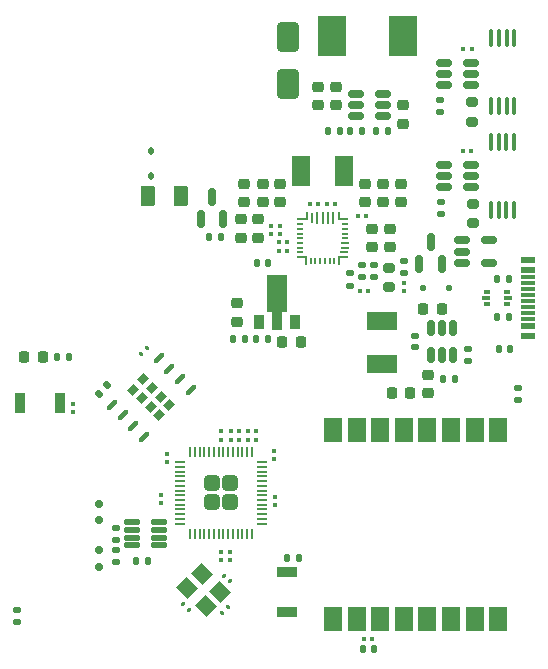
<source format=gbr>
%TF.GenerationSoftware,KiCad,Pcbnew,(7.0.0)*%
%TF.CreationDate,2023-07-06T14:26:49+03:00*%
%TF.ProjectId,IoT_Agrifarm,496f545f-4167-4726-9966-61726d2e6b69,rev?*%
%TF.SameCoordinates,Original*%
%TF.FileFunction,Paste,Top*%
%TF.FilePolarity,Positive*%
%FSLAX46Y46*%
G04 Gerber Fmt 4.6, Leading zero omitted, Abs format (unit mm)*
G04 Created by KiCad (PCBNEW (7.0.0)) date 2023-07-06 14:26:49*
%MOMM*%
%LPD*%
G01*
G04 APERTURE LIST*
G04 Aperture macros list*
%AMRoundRect*
0 Rectangle with rounded corners*
0 $1 Rounding radius*
0 $2 $3 $4 $5 $6 $7 $8 $9 X,Y pos of 4 corners*
0 Add a 4 corners polygon primitive as box body*
4,1,4,$2,$3,$4,$5,$6,$7,$8,$9,$2,$3,0*
0 Add four circle primitives for the rounded corners*
1,1,$1+$1,$2,$3*
1,1,$1+$1,$4,$5*
1,1,$1+$1,$6,$7*
1,1,$1+$1,$8,$9*
0 Add four rect primitives between the rounded corners*
20,1,$1+$1,$2,$3,$4,$5,0*
20,1,$1+$1,$4,$5,$6,$7,0*
20,1,$1+$1,$6,$7,$8,$9,0*
20,1,$1+$1,$8,$9,$2,$3,0*%
%AMHorizOval*
0 Thick line with rounded ends*
0 $1 width*
0 $2 $3 position (X,Y) of the first rounded end (center of the circle)*
0 $4 $5 position (X,Y) of the second rounded end (center of the circle)*
0 Add line between two ends*
20,1,$1,$2,$3,$4,$5,0*
0 Add two circle primitives to create the rounded ends*
1,1,$1,$2,$3*
1,1,$1,$4,$5*%
%AMRotRect*
0 Rectangle, with rotation*
0 The origin of the aperture is its center*
0 $1 length*
0 $2 width*
0 $3 Rotation angle, in degrees counterclockwise*
0 Add horizontal line*
21,1,$1,$2,0,0,$3*%
%AMFreePoly0*
4,1,9,3.862500,-0.866500,0.737500,-0.866500,0.737500,-0.450000,-0.737500,-0.450000,-0.737500,0.450000,0.737500,0.450000,0.737500,0.866500,3.862500,0.866500,3.862500,-0.866500,3.862500,-0.866500,$1*%
G04 Aperture macros list end*
%ADD10RoundRect,0.225000X-0.250000X0.225000X-0.250000X-0.225000X0.250000X-0.225000X0.250000X0.225000X0*%
%ADD11RoundRect,0.250000X0.650000X-1.000000X0.650000X1.000000X-0.650000X1.000000X-0.650000X-1.000000X0*%
%ADD12R,2.350000X3.500000*%
%ADD13RoundRect,0.135000X0.135000X0.185000X-0.135000X0.185000X-0.135000X-0.185000X0.135000X-0.185000X0*%
%ADD14RoundRect,0.135000X-0.135000X-0.185000X0.135000X-0.185000X0.135000X0.185000X-0.135000X0.185000X0*%
%ADD15RoundRect,0.150000X-0.512500X-0.150000X0.512500X-0.150000X0.512500X0.150000X-0.512500X0.150000X0*%
%ADD16RoundRect,0.147500X-0.147500X-0.172500X0.147500X-0.172500X0.147500X0.172500X-0.147500X0.172500X0*%
%ADD17RoundRect,0.225000X0.250000X-0.225000X0.250000X0.225000X-0.250000X0.225000X-0.250000X-0.225000X0*%
%ADD18RoundRect,0.079500X0.079500X0.100500X-0.079500X0.100500X-0.079500X-0.100500X0.079500X-0.100500X0*%
%ADD19RoundRect,0.048038X0.406384X-0.048037X0.406384X0.048037X-0.406384X0.048037X-0.406384X-0.048037X0*%
%ADD20RoundRect,0.050000X-0.050000X-0.250000X0.050000X-0.250000X0.050000X0.250000X-0.050000X0.250000X0*%
%ADD21R,0.599999X0.200000*%
%ADD22R,0.200000X0.599999*%
%ADD23RoundRect,0.050000X0.050000X0.250000X-0.050000X0.250000X-0.050000X-0.250000X0.050000X-0.250000X0*%
%ADD24RoundRect,0.048038X-0.406384X0.048037X-0.406384X-0.048037X0.406384X-0.048037X0.406384X0.048037X0*%
%ADD25R,0.700001X0.200000*%
%ADD26R,0.650001X0.200000*%
%ADD27R,0.680001X0.200000*%
%ADD28R,0.200000X1.000000*%
%ADD29R,0.200000X0.950001*%
%ADD30R,2.500000X1.500000*%
%ADD31RoundRect,0.150000X0.200000X-0.150000X0.200000X0.150000X-0.200000X0.150000X-0.200000X-0.150000X0*%
%ADD32RoundRect,0.079500X-0.127279X-0.014849X-0.014849X-0.127279X0.127279X0.014849X0.014849X0.127279X0*%
%ADD33RoundRect,0.079500X0.100500X-0.079500X0.100500X0.079500X-0.100500X0.079500X-0.100500X-0.079500X0*%
%ADD34RoundRect,0.135000X-0.185000X0.135000X-0.185000X-0.135000X0.185000X-0.135000X0.185000X0.135000X0*%
%ADD35RoundRect,0.079500X-0.079500X-0.100500X0.079500X-0.100500X0.079500X0.100500X-0.079500X0.100500X0*%
%ADD36R,1.700000X0.900000*%
%ADD37RoundRect,0.150000X0.150000X-0.512500X0.150000X0.512500X-0.150000X0.512500X-0.150000X-0.512500X0*%
%ADD38RoundRect,0.079500X-0.014849X0.127279X-0.127279X0.014849X0.014849X-0.127279X0.127279X-0.014849X0*%
%ADD39RoundRect,0.250000X-0.375000X-0.625000X0.375000X-0.625000X0.375000X0.625000X-0.375000X0.625000X0*%
%ADD40RoundRect,0.079500X-0.100500X0.079500X-0.100500X-0.079500X0.100500X-0.079500X0.100500X0.079500X0*%
%ADD41RoundRect,0.225000X0.225000X0.250000X-0.225000X0.250000X-0.225000X-0.250000X0.225000X-0.250000X0*%
%ADD42RoundRect,0.218750X-0.218750X-0.256250X0.218750X-0.256250X0.218750X0.256250X-0.218750X0.256250X0*%
%ADD43R,0.500000X0.375000*%
%ADD44R,0.650000X0.300000*%
%ADD45RoundRect,0.150000X0.150000X-0.587500X0.150000X0.587500X-0.150000X0.587500X-0.150000X-0.587500X0*%
%ADD46RoundRect,0.135000X0.035355X-0.226274X0.226274X-0.035355X-0.035355X0.226274X-0.226274X0.035355X0*%
%ADD47R,0.900000X1.300000*%
%ADD48FreePoly0,90.000000*%
%ADD49RoundRect,0.125000X0.125000X0.125000X-0.125000X0.125000X-0.125000X-0.125000X0.125000X-0.125000X0*%
%ADD50RoundRect,0.147500X0.147500X0.172500X-0.147500X0.172500X-0.147500X-0.172500X0.147500X-0.172500X0*%
%ADD51RoundRect,0.140000X0.140000X0.170000X-0.140000X0.170000X-0.140000X-0.170000X0.140000X-0.170000X0*%
%ADD52RoundRect,0.225000X-0.225000X-0.250000X0.225000X-0.250000X0.225000X0.250000X-0.225000X0.250000X0*%
%ADD53RoundRect,0.200000X0.275000X-0.200000X0.275000X0.200000X-0.275000X0.200000X-0.275000X-0.200000X0*%
%ADD54HorizOval,0.450000X0.229810X0.229810X-0.229810X-0.229810X0*%
%ADD55RotRect,0.720000X0.615000X45.000000*%
%ADD56RoundRect,0.135000X0.185000X-0.135000X0.185000X0.135000X-0.185000X0.135000X-0.185000X-0.135000X0*%
%ADD57RoundRect,0.200000X-0.275000X0.200000X-0.275000X-0.200000X0.275000X-0.200000X0.275000X0.200000X0*%
%ADD58RoundRect,0.112500X-0.112500X0.187500X-0.112500X-0.187500X0.112500X-0.187500X0.112500X0.187500X0*%
%ADD59RoundRect,0.249999X-0.395001X-0.395001X0.395001X-0.395001X0.395001X0.395001X-0.395001X0.395001X0*%
%ADD60RoundRect,0.050000X-0.387500X-0.050000X0.387500X-0.050000X0.387500X0.050000X-0.387500X0.050000X0*%
%ADD61RoundRect,0.050000X-0.050000X-0.387500X0.050000X-0.387500X0.050000X0.387500X-0.050000X0.387500X0*%
%ADD62RoundRect,0.100000X-0.100000X0.637500X-0.100000X-0.637500X0.100000X-0.637500X0.100000X0.637500X0*%
%ADD63RoundRect,0.140000X0.170000X-0.140000X0.170000X0.140000X-0.170000X0.140000X-0.170000X-0.140000X0*%
%ADD64RoundRect,0.150000X-0.200000X0.150000X-0.200000X-0.150000X0.200000X-0.150000X0.200000X0.150000X0*%
%ADD65RoundRect,0.079500X0.127279X0.014849X0.014849X0.127279X-0.127279X-0.014849X-0.014849X-0.127279X0*%
%ADD66R,1.500000X2.500000*%
%ADD67R,1.150000X0.600000*%
%ADD68R,1.150000X0.300000*%
%ADD69R,0.900000X1.700000*%
%ADD70R,1.500000X2.000000*%
%ADD71RotRect,1.400000X1.200000X315.000000*%
%ADD72RoundRect,0.125000X0.537500X0.125000X-0.537500X0.125000X-0.537500X-0.125000X0.537500X-0.125000X0*%
G04 APERTURE END LIST*
D10*
%TO.C,C602*%
X145908600Y-57784400D03*
X145908600Y-59334400D03*
%TD*%
D11*
%TO.C,D601*%
X141844600Y-53543200D03*
X141844600Y-57543200D03*
%TD*%
D12*
%TO.C,L601*%
X145525199Y-53492399D03*
X151575199Y-53492399D03*
%TD*%
D10*
%TO.C,C601*%
X151598200Y-60909200D03*
X151598200Y-59359200D03*
%TD*%
D13*
%TO.C,R601*%
X147075000Y-61518800D03*
X148095000Y-61518800D03*
%TD*%
D14*
%TO.C,R604*%
X150330200Y-61518800D03*
X149310200Y-61518800D03*
%TD*%
D10*
%TO.C,C603*%
X144384600Y-59347400D03*
X144384600Y-57797400D03*
%TD*%
D13*
%TO.C,R602*%
X145195400Y-61518800D03*
X146215400Y-61518800D03*
%TD*%
D15*
%TO.C,U601*%
X149860000Y-58369200D03*
X149860000Y-59319200D03*
X149860000Y-60269200D03*
X147585000Y-60269200D03*
X147585000Y-59319200D03*
X147585000Y-58369200D03*
%TD*%
D16*
%TO.C,D201*%
X139164200Y-72720200D03*
X140134200Y-72720200D03*
%TD*%
D13*
%TO.C,R102*%
X136146000Y-70485000D03*
X135126000Y-70485000D03*
%TD*%
D17*
%TO.C,C211*%
X139683001Y-67564000D03*
X139683001Y-66014000D03*
%TD*%
D18*
%TO.C,C207*%
X141776001Y-70954600D03*
X141086001Y-70954600D03*
%TD*%
D19*
%TO.C,U203*%
X143057655Y-69004325D03*
D20*
X143412201Y-68694000D03*
D21*
X142858401Y-69398999D03*
X142858401Y-69798998D03*
X142858401Y-70199000D03*
X142858401Y-70598999D03*
X142858401Y-70998998D03*
X142858401Y-71399000D03*
X142858401Y-71798999D03*
D19*
X143005801Y-72199200D03*
D20*
X143361401Y-72504000D03*
D22*
X143758399Y-72498998D03*
X144158401Y-72498998D03*
X144558400Y-72498998D03*
X144958400Y-72498998D03*
X145358399Y-72498998D03*
X145758401Y-72498998D03*
D23*
X146157951Y-72504800D03*
D24*
X146512497Y-72194475D03*
D25*
X146608399Y-71798999D03*
D26*
X146633400Y-71398997D03*
D27*
X146618399Y-70998998D03*
D21*
X146658399Y-70598999D03*
X146658399Y-70199000D03*
X146658399Y-69798998D03*
X146658399Y-69398999D03*
D23*
X146130001Y-68694000D03*
D24*
X146485601Y-68998800D03*
D28*
X145658401Y-68899000D03*
X145208399Y-68899000D03*
X144758400Y-68899000D03*
X144308401Y-68899000D03*
D29*
X143858399Y-68873999D03*
%TD*%
D30*
%TO.C,L202*%
X149772399Y-81279999D03*
X149772399Y-77579999D03*
%TD*%
D17*
%TO.C,C210*%
X138129001Y-67564000D03*
X138129001Y-66014000D03*
%TD*%
D31*
%TO.C,D402*%
X125857000Y-93088000D03*
X125857000Y-94488000D03*
%TD*%
D13*
%TO.C,R212*%
X155958000Y-82550000D03*
X154938000Y-82550000D03*
%TD*%
D32*
%TO.C,C309*%
X132953648Y-101559248D03*
X133441552Y-102047152D03*
%TD*%
D33*
%TO.C,C312*%
X136144000Y-87645000D03*
X136144000Y-86955000D03*
%TD*%
D34*
%TO.C,R406*%
X127254000Y-95121000D03*
X127254000Y-96141000D03*
%TD*%
D35*
%TO.C,C205*%
X156637200Y-63184400D03*
X157327200Y-63184400D03*
%TD*%
D34*
%TO.C,R208*%
X147091400Y-73581800D03*
X147091400Y-74601800D03*
%TD*%
D35*
%TO.C,C218*%
X156677800Y-54610000D03*
X157367800Y-54610000D03*
%TD*%
D36*
%TO.C,SW301*%
X141731999Y-98883999D03*
X141731999Y-102283999D03*
%TD*%
D15*
%TO.C,U201*%
X155047100Y-64368000D03*
X155047100Y-65318000D03*
X155047100Y-66268000D03*
X157322100Y-66268000D03*
X157322100Y-65318000D03*
X157322100Y-64368000D03*
%TD*%
D33*
%TO.C,C304*%
X131064000Y-93055000D03*
X131064000Y-92365000D03*
%TD*%
D37*
%TO.C,U207*%
X153902400Y-80507000D03*
X154852400Y-80507000D03*
X155802400Y-80507000D03*
X155802400Y-78232000D03*
X154852400Y-78232000D03*
X153902400Y-78232000D03*
%TD*%
D38*
%TO.C,C310*%
X136768952Y-101838648D03*
X136281048Y-102326552D03*
%TD*%
D18*
%TO.C,C502*%
X148970600Y-104522000D03*
X148280600Y-104522000D03*
%TD*%
D35*
%TO.C,R209*%
X147925000Y-75057000D03*
X148615000Y-75057000D03*
%TD*%
D18*
%TO.C,C206*%
X148405401Y-68719400D03*
X147715401Y-68719400D03*
%TD*%
D39*
%TO.C,F101*%
X129994200Y-67056000D03*
X132794200Y-67056000D03*
%TD*%
D15*
%TO.C,U101*%
X156566900Y-70776000D03*
X156566900Y-71726000D03*
X156566900Y-72676000D03*
X158841900Y-72676000D03*
X158841900Y-70776000D03*
%TD*%
D40*
%TO.C,C202*%
X140411200Y-69547400D03*
X140411200Y-70237400D03*
%TD*%
%TO.C,C305*%
X136194800Y-97191000D03*
X136194800Y-97881000D03*
%TD*%
D14*
%TO.C,R404*%
X128964933Y-97905000D03*
X129984933Y-97905000D03*
%TD*%
D41*
%TO.C,C221*%
X142901400Y-79375000D03*
X141351400Y-79375000D03*
%TD*%
D42*
%TO.C,Q401*%
X121056500Y-80619600D03*
X119481500Y-80619600D03*
%TD*%
D33*
%TO.C,C306*%
X140716000Y-93182000D03*
X140716000Y-92492000D03*
%TD*%
D18*
%TO.C,C214*%
X145829401Y-67678000D03*
X145139401Y-67678000D03*
%TD*%
D14*
%TO.C,R407*%
X139105000Y-79121000D03*
X140125000Y-79121000D03*
%TD*%
D15*
%TO.C,U204*%
X155072500Y-55742800D03*
X155072500Y-56692800D03*
X155072500Y-57642800D03*
X157347500Y-57642800D03*
X157347500Y-56692800D03*
X157347500Y-55742800D03*
%TD*%
D14*
%TO.C,R403*%
X123319000Y-80619600D03*
X122299000Y-80619600D03*
%TD*%
D43*
%TO.C,U102*%
X160361999Y-76195699D03*
D44*
X160436999Y-75658199D03*
D43*
X160361999Y-75120699D03*
X158661999Y-75120699D03*
D44*
X158586999Y-75658199D03*
D43*
X158661999Y-76195699D03*
%TD*%
D33*
%TO.C,C307*%
X140638400Y-89332000D03*
X140638400Y-88642000D03*
%TD*%
D45*
%TO.C,Q201*%
X152947400Y-72819500D03*
X154847400Y-72819500D03*
X153897400Y-70944500D03*
%TD*%
D46*
%TO.C,R304*%
X125826576Y-83748824D03*
X126547824Y-83027576D03*
%TD*%
D47*
%TO.C,U206*%
X139401399Y-77652999D03*
D48*
X140901400Y-77565500D03*
D47*
X142401399Y-77652999D03*
%TD*%
D49*
%TO.C,D202*%
X155448000Y-74803000D03*
X153248000Y-74803000D03*
%TD*%
D50*
%TO.C,L101*%
X160632000Y-80010000D03*
X159662000Y-80010000D03*
%TD*%
D17*
%TO.C,C212*%
X141177001Y-67564000D03*
X141177001Y-66014000D03*
%TD*%
D51*
%TO.C,C501*%
X149105600Y-105410000D03*
X148145600Y-105410000D03*
%TD*%
D52*
%TO.C,C226*%
X150635400Y-83687500D03*
X152185400Y-83687500D03*
%TD*%
D34*
%TO.C,R202*%
X154813000Y-67502400D03*
X154813000Y-68522400D03*
%TD*%
D10*
%TO.C,C225*%
X153709400Y-82163500D03*
X153709400Y-83713500D03*
%TD*%
D33*
%TO.C,C313*%
X138403200Y-87645000D03*
X138403200Y-86955000D03*
%TD*%
D53*
%TO.C,R201*%
X157454600Y-69343400D03*
X157454600Y-67693400D03*
%TD*%
D54*
%TO.C,U302*%
X126924262Y-84702767D03*
X127822287Y-85600792D03*
X128720313Y-86498818D03*
X129618338Y-87396843D03*
X133578136Y-83437045D03*
X132680111Y-82539020D03*
X131782085Y-81640994D03*
X130884060Y-80742969D03*
D55*
X128739758Y-83406993D03*
X129464543Y-84131778D03*
X130189326Y-84856562D03*
X130914112Y-85581347D03*
X129588286Y-82558465D03*
X130313071Y-83283250D03*
X131037855Y-84008033D03*
X131762640Y-84732819D03*
%TD*%
D10*
%TO.C,C204*%
X139319000Y-69011200D03*
X139319000Y-70561200D03*
%TD*%
D56*
%TO.C,R203*%
X148102001Y-73908400D03*
X148102001Y-72888400D03*
%TD*%
D33*
%TO.C,C303*%
X137692000Y-87645000D03*
X137692000Y-86955000D03*
%TD*%
D57*
%TO.C,R205*%
X150368000Y-73089000D03*
X150368000Y-74739000D03*
%TD*%
D45*
%TO.C,Q101*%
X134457400Y-68958700D03*
X136357400Y-68958700D03*
X135407400Y-67083700D03*
%TD*%
D58*
%TO.C,D102*%
X130200400Y-63228800D03*
X130200400Y-65328800D03*
%TD*%
D34*
%TO.C,R408*%
X127254000Y-97028000D03*
X127254000Y-98048000D03*
%TD*%
D53*
%TO.C,R207*%
X157429200Y-60730400D03*
X157429200Y-59080400D03*
%TD*%
D13*
%TO.C,R104*%
X160530000Y-74041000D03*
X159510000Y-74041000D03*
%TD*%
D59*
%TO.C,U301*%
X135355400Y-91364000D03*
X135355400Y-92964000D03*
X136955400Y-91364000D03*
X136955400Y-92964000D03*
D60*
X132717900Y-89564000D03*
X132717900Y-89964000D03*
X132717900Y-90364000D03*
X132717900Y-90764000D03*
X132717900Y-91164000D03*
X132717900Y-91564000D03*
X132717900Y-91964000D03*
X132717900Y-92364000D03*
X132717900Y-92764000D03*
X132717900Y-93164000D03*
X132717900Y-93564000D03*
X132717900Y-93964000D03*
X132717900Y-94364000D03*
X132717900Y-94764000D03*
D61*
X133555400Y-95601500D03*
X133955400Y-95601500D03*
X134355400Y-95601500D03*
X134755400Y-95601500D03*
X135155400Y-95601500D03*
X135555400Y-95601500D03*
X135955400Y-95601500D03*
X136355400Y-95601500D03*
X136755400Y-95601500D03*
X137155400Y-95601500D03*
X137555400Y-95601500D03*
X137955400Y-95601500D03*
X138355400Y-95601500D03*
X138755400Y-95601500D03*
D60*
X139592900Y-94764000D03*
X139592900Y-94364000D03*
X139592900Y-93964000D03*
X139592900Y-93564000D03*
X139592900Y-93164000D03*
X139592900Y-92764000D03*
X139592900Y-92364000D03*
X139592900Y-91964000D03*
X139592900Y-91564000D03*
X139592900Y-91164000D03*
X139592900Y-90764000D03*
X139592900Y-90364000D03*
X139592900Y-89964000D03*
X139592900Y-89564000D03*
D61*
X138755400Y-88726500D03*
X138355400Y-88726500D03*
X137955400Y-88726500D03*
X137555400Y-88726500D03*
X137155400Y-88726500D03*
X136755400Y-88726500D03*
X136355400Y-88726500D03*
X135955400Y-88726500D03*
X135555400Y-88726500D03*
X135155400Y-88726500D03*
X134755400Y-88726500D03*
X134355400Y-88726500D03*
X133955400Y-88726500D03*
X133555400Y-88726500D03*
%TD*%
D62*
%TO.C,U202*%
X160969600Y-62466300D03*
X160319600Y-62466300D03*
X159669600Y-62466300D03*
X159019600Y-62466300D03*
X159019600Y-68191300D03*
X159669600Y-68191300D03*
X160319600Y-68191300D03*
X160969600Y-68191300D03*
%TD*%
D40*
%TO.C,C201*%
X141122400Y-69555800D03*
X141122400Y-70245800D03*
%TD*%
D63*
%TO.C,C223*%
X152566400Y-79849500D03*
X152566400Y-78889500D03*
%TD*%
D64*
%TO.C,D401*%
X125857000Y-98428000D03*
X125857000Y-97028000D03*
%TD*%
D17*
%TO.C,C222*%
X137554400Y-77673200D03*
X137554400Y-76123200D03*
%TD*%
D10*
%TO.C,C203*%
X137845800Y-69011200D03*
X137845800Y-70561200D03*
%TD*%
D33*
%TO.C,C301*%
X131621400Y-89550000D03*
X131621400Y-88860000D03*
%TD*%
D14*
%TO.C,R305*%
X141713600Y-97688000D03*
X142733600Y-97688000D03*
%TD*%
D62*
%TO.C,U205*%
X160987001Y-53683500D03*
X160337001Y-53683500D03*
X159687001Y-53683500D03*
X159037001Y-53683500D03*
X159037001Y-59408500D03*
X159687001Y-59408500D03*
X160337001Y-59408500D03*
X160987001Y-59408500D03*
%TD*%
D34*
%TO.C,R204*%
X149118001Y-72888400D03*
X149118001Y-73908400D03*
%TD*%
D41*
%TO.C,C224*%
X154852400Y-76581000D03*
X153302400Y-76581000D03*
%TD*%
D65*
%TO.C,R301*%
X136906000Y-99644200D03*
X136418096Y-99156296D03*
%TD*%
D17*
%TO.C,C215*%
X148339801Y-67564000D03*
X148339801Y-66014000D03*
%TD*%
D56*
%TO.C,R402*%
X118872000Y-103126000D03*
X118872000Y-102106000D03*
%TD*%
D33*
%TO.C,R306*%
X123596400Y-85282600D03*
X123596400Y-84592600D03*
%TD*%
D40*
%TO.C,R211*%
X151638000Y-74397000D03*
X151638000Y-75087000D03*
%TD*%
D66*
%TO.C,L201*%
X142908400Y-64883999D03*
X146608400Y-64883999D03*
%TD*%
D17*
%TO.C,C217*%
X151387801Y-67564000D03*
X151387801Y-66014000D03*
%TD*%
D33*
%TO.C,C308*%
X139114400Y-87645000D03*
X139114400Y-86955000D03*
%TD*%
D67*
%TO.C,J104*%
X162181999Y-78860999D03*
X162181999Y-78060999D03*
D68*
X162181999Y-76910999D03*
X162181999Y-75910999D03*
X162181999Y-75410999D03*
X162181999Y-74410999D03*
D67*
X162181999Y-73260999D03*
X162181999Y-72460999D03*
X162181999Y-72460999D03*
X162181999Y-73260999D03*
D68*
X162181999Y-73910999D03*
X162181999Y-74910999D03*
X162181999Y-76410999D03*
X162181999Y-77410999D03*
D67*
X162181999Y-78060999D03*
X162181999Y-78860999D03*
%TD*%
D35*
%TO.C,C209*%
X143687401Y-67678000D03*
X144377401Y-67678000D03*
%TD*%
D33*
%TO.C,C302*%
X136980800Y-87645000D03*
X136980800Y-86955000D03*
%TD*%
D40*
%TO.C,C311*%
X136906000Y-97191000D03*
X136906000Y-97881000D03*
%TD*%
D69*
%TO.C,SW302*%
X122540799Y-84581999D03*
X119140799Y-84581999D03*
%TD*%
D34*
%TO.C,R210*%
X154686000Y-58875200D03*
X154686000Y-59895200D03*
%TD*%
D14*
%TO.C,R405*%
X137198000Y-79121000D03*
X138218000Y-79121000D03*
%TD*%
D34*
%TO.C,R401*%
X161340800Y-83310000D03*
X161340800Y-84330000D03*
%TD*%
%TO.C,R213*%
X157099000Y-80008000D03*
X157099000Y-81028000D03*
%TD*%
D70*
%TO.C,U501*%
X145633999Y-102869999D03*
X147633999Y-102869999D03*
X149633999Y-102869999D03*
X151633999Y-102869999D03*
X153633999Y-102869999D03*
X155633999Y-102869999D03*
X157633999Y-102869999D03*
X159633999Y-102869999D03*
X159633999Y-86869999D03*
X157633999Y-86869999D03*
X155633999Y-86869999D03*
X153633999Y-86869999D03*
X151633999Y-86869999D03*
X149633999Y-86869999D03*
X147633999Y-86869999D03*
X145633999Y-86869999D03*
%TD*%
D18*
%TO.C,R206*%
X141776001Y-71665800D03*
X141086001Y-71665800D03*
%TD*%
D71*
%TO.C,Y301*%
X133311189Y-100188870D03*
X134866824Y-101744505D03*
X136068905Y-100542424D03*
X134513270Y-98986789D03*
%TD*%
D38*
%TO.C,C314*%
X129895600Y-79883000D03*
X129407696Y-80370904D03*
%TD*%
D56*
%TO.C,R215*%
X151638000Y-73537000D03*
X151638000Y-72517000D03*
%TD*%
D17*
%TO.C,C216*%
X149863801Y-67564000D03*
X149863801Y-66014000D03*
%TD*%
D10*
%TO.C,C219*%
X150495000Y-69811000D03*
X150495000Y-71361000D03*
%TD*%
%TO.C,C220*%
X148971000Y-71361000D03*
X148971000Y-69811000D03*
%TD*%
D72*
%TO.C,U403*%
X130937000Y-96596200D03*
X130937000Y-95946200D03*
X130937000Y-95296200D03*
X130937000Y-94646200D03*
X128662000Y-94646200D03*
X128662000Y-95296200D03*
X128662000Y-95946200D03*
X128662000Y-96596200D03*
%TD*%
D13*
%TO.C,R103*%
X160530000Y-77233000D03*
X159510000Y-77233000D03*
%TD*%
M02*

</source>
